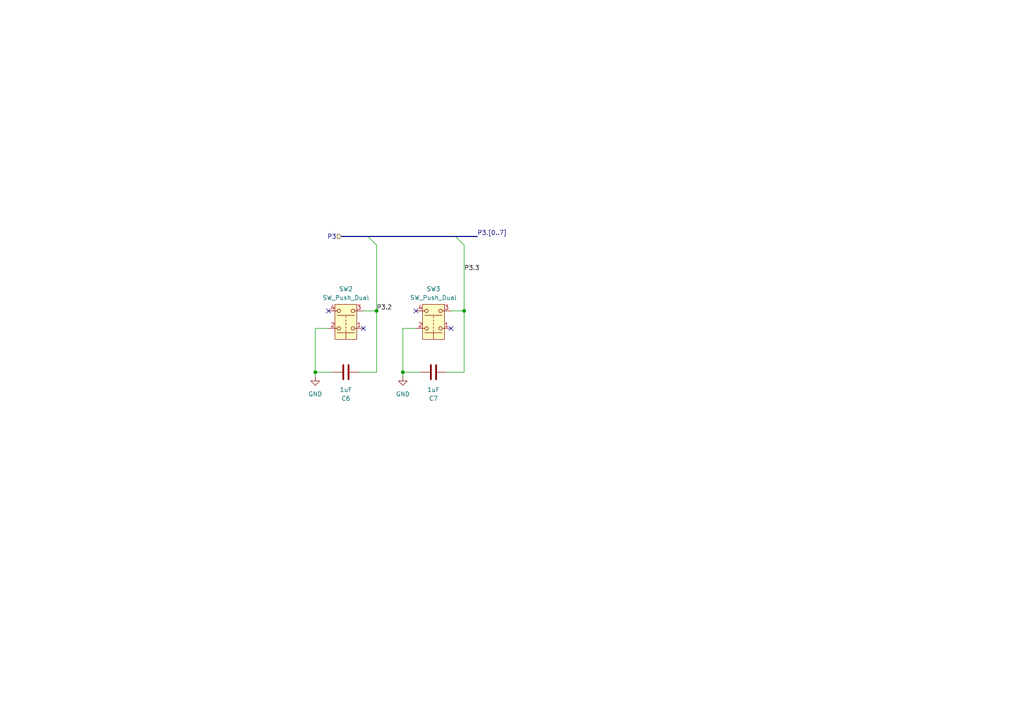
<source format=kicad_sch>
(kicad_sch (version 20250114) (generator "eeschema") (generator_version "9.0")
  (paper "A4")
  (lib_symbols
    (symbol "Device:C" (pin_numbers (hide yes)) (pin_names (offset 0.254))
      (property "Reference" "C" (at 0.635 2.54 0))
      (property "Value" "C" (at 0.635 -2.54 0))
      (symbol "C_0_1"
        (polyline (pts (xy -2.032 0.762) (xy 2.032 0.762)) (stroke (width 0.508)))
        (polyline (pts (xy -2.032 -0.762) (xy 2.032 -0.762)) (stroke (width 0.508)))
      )
      (symbol "C_1_1"
        (pin passive line (at 0 3.81 270) (length 2.794) (name "~") (number "1"))
        (pin passive line (at 0 -3.81 90) (length 2.794) (name "~") (number "2"))
      )
    )
    (symbol "Switch:SW_Push_Dual" (pin_names (offset 1.016) (hide yes))
      (property "Reference" "SW" (at 0 7.62 0))
      (property "Value" "SW_Push_Dual" (at 0 -6.35 0))
      (symbol "SW_Push_Dual_0_1"
        (circle (center -2.032 2.54) (radius 0.508))
        (circle (center -2.032 -2.54) (radius 0.508))
        (polyline (pts (xy 0 3.81) (xy 0 5.588)))
        (polyline (pts (xy 0 3.048) (xy 0 3.556)))
        (polyline (pts (xy 0 2.032) (xy 0 2.54)))
        (polyline (pts (xy 0 1.016) (xy 0 1.524)))
        (polyline (pts (xy 0 0.508) (xy 0 0)))
        (polyline (pts (xy 0 -0.508) (xy 0 -1.016)))
        (circle (center 2.032 2.54) (radius 0.508))
        (circle (center 2.032 -2.54) (radius 0.508))
        (polyline (pts (xy 2.54 3.81) (xy -2.54 3.81)))
        (polyline (pts (xy 2.54 -1.27) (xy -2.54 -1.27)))
        (pin passive line (at -5.08 2.54 0) (length 2.54) (name "1") (number "1"))
        (pin passive line (at -5.08 -2.54 0) (length 2.54) (name "3") (number "3"))
        (pin passive line (at 5.08 2.54 180) (length 2.54) (name "2") (number "2"))
        (pin passive line (at 5.08 -2.54 180) (length 2.54) (name "4") (number "4"))
      )
      (symbol "SW_Push_Dual_1_1"
        (rectangle (start -3.175 5.715) (end 3.175 -4.445) (fill (type background)))
      )
    )
    (symbol "power:GND" (power) (pin_numbers (hide yes)) (pin_names (offset 0) (hide yes))
      (property "Value" "GND" (at 0 -3.81 0))
      (symbol "GND_0_1"
        (polyline (pts (xy 0 0) (xy 0 -1.27) (xy 1.27 -1.27) (xy 0 -2.54) (xy -1.27 -1.27) (xy 0 -1.27)))
      )
      (symbol "GND_1_1"
        (pin power_in line (at 0 0 270) (length 0) (name "~") (number "1"))
      )
    )
  )
  (junction (at 116.84 107.95))
  (junction (at 91.44 107.95))
  (junction (at 134.62 90.17))
  (junction (at 109.22 90.17))
  (no_connect (at 95.25 90.17))
  (no_connect (at 105.41 95.25))
  (no_connect (at 130.81 95.25))
  (no_connect (at 120.65 90.17))
  (bus_entry (at 106.68 68.58) (size 2.54 2.54))
  (bus_entry (at 132.08 68.58) (size 2.54 2.54))
  (wire (pts (xy 91.44 107.95) (xy 96.52 107.95)))
  (bus (pts (xy 99.06 68.58) (xy 106.68 68.58)))
  (wire (pts (xy 91.44 95.25) (xy 95.25 95.25)))
  (wire (pts (xy 105.41 90.17) (xy 109.22 90.17)))
  (wire (pts (xy 134.62 90.17) (xy 134.62 107.95)))
  (wire (pts (xy 130.81 90.17) (xy 134.62 90.17)))
  (wire (pts (xy 134.62 71.12) (xy 134.62 90.17)))
  (bus (pts (xy 106.68 68.58) (xy 132.08 68.58)))
  (wire (pts (xy 109.22 107.95) (xy 104.14 107.95)))
  (wire (pts (xy 109.22 90.17) (xy 109.22 107.95)))
  (wire (pts (xy 116.84 109.22) (xy 116.84 107.95)))
  (wire (pts (xy 134.62 107.95) (xy 129.54 107.95)))
  (wire (pts (xy 109.22 71.12) (xy 109.22 90.17)))
  (bus (pts (xy 132.08 68.58) (xy 138.43 68.58)))
  (wire (pts (xy 116.84 95.25) (xy 120.65 95.25)))
  (wire (pts (xy 116.84 107.95) (xy 121.92 107.95)))
  (wire (pts (xy 91.44 95.25) (xy 91.44 107.95)))
  (wire (pts (xy 91.44 109.22) (xy 91.44 107.95)))
  (wire (pts (xy 116.84 95.25) (xy 116.84 107.95)))
  (label "P3.2" (at 109.22 90.17 0))
  (label "P3.[0..7]" (at 138.43 68.58 0))
  (label "P3.3" (at 134.62 78.74 0))
  (hierarchical_label "P3" (shape input) (at 99.06 68.58 180))
  (symbol (lib_id "Switch:SW_Push_Dual") (at 125.73 92.71 180) (unit 1)
    (property "Reference" "SW3" (at 125.73 83.82 0))
    (property "Value" "SW_Push_Dual" (at 125.73 86.36 0))
    (property "Description" "Push button switch, generic, symbol, four pins" (effects (hide yes)))
  )
  (symbol (lib_id "Device:C") (at 125.73 107.95 90) (mirror x) (unit 1)
    (property "Reference" "C7" (at 125.73 115.57 90))
    (property "Value" "1uF" (at 125.73 113.03 90))
    (property "Description" "Unpolarized capacitor" (effects (hide yes)))
  )
  (symbol (lib_id "Device:C") (at 100.33 107.95 270) (unit 1)
    (property "Reference" "C6" (at 100.33 115.57 90))
    (property "Value" "1uF" (at 100.33 113.03 90))
    (property "Description" "Unpolarized capacitor" (effects (hide yes)))
  )
  (symbol (lib_id "power:GND") (at 91.44 109.22 0) (unit 1)
    (property "Reference" "#PWR011" (effects (hide yes)))
    (property "Value" "GND" (at 91.44 114.3 0))
    (property "Description" "Power symbol creates a global label with name \"GND\" , ground" (effects (hide yes)))
  )
  (symbol (lib_id "Switch:SW_Push_Dual") (at 100.33 92.71 180) (unit 1)
    (property "Reference" "SW2" (at 100.33 83.82 0))
    (property "Value" "SW_Push_Dual" (at 100.33 86.36 0))
    (property "Description" "Push button switch, generic, symbol, four pins" (effects (hide yes)))
  )
  (symbol (lib_id "power:GND") (at 116.84 109.22 0) (unit 1)
    (property "Reference" "#PWR012" (effects (hide yes)))
    (property "Value" "GND" (at 116.84 114.3 0))
    (property "Description" "Power symbol creates a global label with name \"GND\" , ground" (effects (hide yes)))
  )
)
</source>
